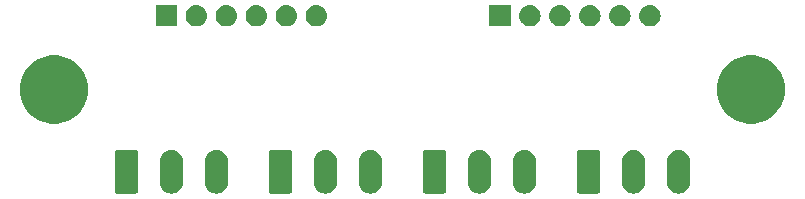
<source format=gbr>
G04 #@! TF.GenerationSoftware,KiCad,Pcbnew,(5.1.2)-1*
G04 #@! TF.CreationDate,2020-06-05T15:14:38-04:00*
G04 #@! TF.ProjectId,Step_Direction_Board,53746570-5f44-4697-9265-6374696f6e5f,rev?*
G04 #@! TF.SameCoordinates,Original*
G04 #@! TF.FileFunction,Soldermask,Top*
G04 #@! TF.FilePolarity,Negative*
%FSLAX46Y46*%
G04 Gerber Fmt 4.6, Leading zero omitted, Abs format (unit mm)*
G04 Created by KiCad (PCBNEW (5.1.2)-1) date 2020-06-05 15:14:38*
%MOMM*%
%LPD*%
G04 APERTURE LIST*
%ADD10C,0.100000*%
G04 APERTURE END LIST*
D10*
G36*
X163017479Y-120626107D02*
G01*
X163017482Y-120626108D01*
X163017483Y-120626108D01*
X163196747Y-120680487D01*
X163196750Y-120680489D01*
X163196751Y-120680489D01*
X163361958Y-120768793D01*
X163506767Y-120887635D01*
X163625609Y-121032444D01*
X163713913Y-121197650D01*
X163713915Y-121197654D01*
X163713915Y-121197655D01*
X163768295Y-121376922D01*
X163782055Y-121516629D01*
X163782055Y-123410065D01*
X163768295Y-123549772D01*
X163768294Y-123549775D01*
X163768294Y-123549776D01*
X163713915Y-123729040D01*
X163713913Y-123729043D01*
X163713913Y-123729044D01*
X163625609Y-123894250D01*
X163506767Y-124039059D01*
X163361958Y-124157901D01*
X163214480Y-124236729D01*
X163196748Y-124246207D01*
X163017484Y-124300586D01*
X163017483Y-124300586D01*
X163017480Y-124300587D01*
X162831055Y-124318948D01*
X162644631Y-124300587D01*
X162644628Y-124300586D01*
X162644627Y-124300586D01*
X162465363Y-124246207D01*
X162447631Y-124236729D01*
X162300153Y-124157901D01*
X162155344Y-124039059D01*
X162036502Y-123894250D01*
X161948198Y-123729044D01*
X161948198Y-123729043D01*
X161948196Y-123729040D01*
X161893817Y-123549776D01*
X161893817Y-123549775D01*
X161893816Y-123549772D01*
X161880055Y-123410064D01*
X161880055Y-121516630D01*
X161893815Y-121376923D01*
X161893816Y-121376919D01*
X161948195Y-121197655D01*
X161948198Y-121197650D01*
X162036501Y-121032444D01*
X162155343Y-120887635D01*
X162300152Y-120768793D01*
X162465358Y-120680489D01*
X162465359Y-120680489D01*
X162465362Y-120680487D01*
X162644626Y-120626108D01*
X162644627Y-120626108D01*
X162644630Y-120626107D01*
X162831055Y-120607746D01*
X163017479Y-120626107D01*
X163017479Y-120626107D01*
G37*
G36*
X159207479Y-120626107D02*
G01*
X159207482Y-120626108D01*
X159207483Y-120626108D01*
X159386747Y-120680487D01*
X159386750Y-120680489D01*
X159386751Y-120680489D01*
X159551958Y-120768793D01*
X159696767Y-120887635D01*
X159815609Y-121032444D01*
X159903913Y-121197650D01*
X159903915Y-121197654D01*
X159903915Y-121197655D01*
X159958295Y-121376922D01*
X159972055Y-121516629D01*
X159972055Y-123410065D01*
X159958295Y-123549772D01*
X159958294Y-123549775D01*
X159958294Y-123549776D01*
X159903915Y-123729040D01*
X159903913Y-123729043D01*
X159903913Y-123729044D01*
X159815609Y-123894250D01*
X159696767Y-124039059D01*
X159551958Y-124157901D01*
X159404480Y-124236729D01*
X159386748Y-124246207D01*
X159207484Y-124300586D01*
X159207483Y-124300586D01*
X159207480Y-124300587D01*
X159021055Y-124318948D01*
X158834631Y-124300587D01*
X158834628Y-124300586D01*
X158834627Y-124300586D01*
X158655363Y-124246207D01*
X158637631Y-124236729D01*
X158490153Y-124157901D01*
X158345344Y-124039059D01*
X158226502Y-123894250D01*
X158138198Y-123729044D01*
X158138198Y-123729043D01*
X158138196Y-123729040D01*
X158083817Y-123549776D01*
X158083817Y-123549775D01*
X158083816Y-123549772D01*
X158070055Y-123410064D01*
X158070055Y-121516630D01*
X158083815Y-121376923D01*
X158083816Y-121376919D01*
X158138195Y-121197655D01*
X158138198Y-121197650D01*
X158226501Y-121032444D01*
X158345343Y-120887635D01*
X158490152Y-120768793D01*
X158655358Y-120680489D01*
X158655359Y-120680489D01*
X158655362Y-120680487D01*
X158834626Y-120626108D01*
X158834627Y-120626108D01*
X158834630Y-120626107D01*
X159021055Y-120607746D01*
X159207479Y-120626107D01*
X159207479Y-120626107D01*
G37*
G36*
X176057479Y-120626107D02*
G01*
X176057482Y-120626108D01*
X176057483Y-120626108D01*
X176236747Y-120680487D01*
X176236750Y-120680489D01*
X176236751Y-120680489D01*
X176401958Y-120768793D01*
X176546767Y-120887635D01*
X176665609Y-121032444D01*
X176753913Y-121197650D01*
X176753915Y-121197654D01*
X176753915Y-121197655D01*
X176808295Y-121376922D01*
X176822055Y-121516629D01*
X176822055Y-123410065D01*
X176808295Y-123549772D01*
X176808294Y-123549775D01*
X176808294Y-123549776D01*
X176753915Y-123729040D01*
X176753913Y-123729043D01*
X176753913Y-123729044D01*
X176665609Y-123894250D01*
X176546767Y-124039059D01*
X176401958Y-124157901D01*
X176254480Y-124236729D01*
X176236748Y-124246207D01*
X176057484Y-124300586D01*
X176057483Y-124300586D01*
X176057480Y-124300587D01*
X175871055Y-124318948D01*
X175684631Y-124300587D01*
X175684628Y-124300586D01*
X175684627Y-124300586D01*
X175505363Y-124246207D01*
X175487631Y-124236729D01*
X175340153Y-124157901D01*
X175195344Y-124039059D01*
X175076502Y-123894250D01*
X174988198Y-123729044D01*
X174988198Y-123729043D01*
X174988196Y-123729040D01*
X174933817Y-123549776D01*
X174933817Y-123549775D01*
X174933816Y-123549772D01*
X174920055Y-123410064D01*
X174920055Y-121516630D01*
X174933815Y-121376923D01*
X174933816Y-121376919D01*
X174988195Y-121197655D01*
X174988198Y-121197650D01*
X175076501Y-121032444D01*
X175195343Y-120887635D01*
X175340152Y-120768793D01*
X175505358Y-120680489D01*
X175505359Y-120680489D01*
X175505362Y-120680487D01*
X175684626Y-120626108D01*
X175684627Y-120626108D01*
X175684630Y-120626107D01*
X175871055Y-120607746D01*
X176057479Y-120626107D01*
X176057479Y-120626107D01*
G37*
G36*
X172247479Y-120626107D02*
G01*
X172247482Y-120626108D01*
X172247483Y-120626108D01*
X172426747Y-120680487D01*
X172426750Y-120680489D01*
X172426751Y-120680489D01*
X172591958Y-120768793D01*
X172736767Y-120887635D01*
X172855609Y-121032444D01*
X172943913Y-121197650D01*
X172943915Y-121197654D01*
X172943915Y-121197655D01*
X172998295Y-121376922D01*
X173012055Y-121516629D01*
X173012055Y-123410065D01*
X172998295Y-123549772D01*
X172998294Y-123549775D01*
X172998294Y-123549776D01*
X172943915Y-123729040D01*
X172943913Y-123729043D01*
X172943913Y-123729044D01*
X172855609Y-123894250D01*
X172736767Y-124039059D01*
X172591958Y-124157901D01*
X172444480Y-124236729D01*
X172426748Y-124246207D01*
X172247484Y-124300586D01*
X172247483Y-124300586D01*
X172247480Y-124300587D01*
X172061055Y-124318948D01*
X171874631Y-124300587D01*
X171874628Y-124300586D01*
X171874627Y-124300586D01*
X171695363Y-124246207D01*
X171677631Y-124236729D01*
X171530153Y-124157901D01*
X171385344Y-124039059D01*
X171266502Y-123894250D01*
X171178198Y-123729044D01*
X171178198Y-123729043D01*
X171178196Y-123729040D01*
X171123817Y-123549776D01*
X171123817Y-123549775D01*
X171123816Y-123549772D01*
X171110055Y-123410064D01*
X171110055Y-121516630D01*
X171123815Y-121376923D01*
X171123816Y-121376919D01*
X171178195Y-121197655D01*
X171178198Y-121197650D01*
X171266501Y-121032444D01*
X171385343Y-120887635D01*
X171530152Y-120768793D01*
X171695358Y-120680489D01*
X171695359Y-120680489D01*
X171695362Y-120680487D01*
X171874626Y-120626108D01*
X171874627Y-120626108D01*
X171874630Y-120626107D01*
X172061055Y-120607746D01*
X172247479Y-120626107D01*
X172247479Y-120626107D01*
G37*
G36*
X149977479Y-120626107D02*
G01*
X149977482Y-120626108D01*
X149977483Y-120626108D01*
X150156747Y-120680487D01*
X150156750Y-120680489D01*
X150156751Y-120680489D01*
X150321958Y-120768793D01*
X150466767Y-120887635D01*
X150585609Y-121032444D01*
X150673913Y-121197650D01*
X150673915Y-121197654D01*
X150673915Y-121197655D01*
X150728295Y-121376922D01*
X150742055Y-121516629D01*
X150742055Y-123410065D01*
X150728295Y-123549772D01*
X150728294Y-123549775D01*
X150728294Y-123549776D01*
X150673915Y-123729040D01*
X150673913Y-123729043D01*
X150673913Y-123729044D01*
X150585609Y-123894250D01*
X150466767Y-124039059D01*
X150321958Y-124157901D01*
X150174480Y-124236729D01*
X150156748Y-124246207D01*
X149977484Y-124300586D01*
X149977483Y-124300586D01*
X149977480Y-124300587D01*
X149791055Y-124318948D01*
X149604631Y-124300587D01*
X149604628Y-124300586D01*
X149604627Y-124300586D01*
X149425363Y-124246207D01*
X149407631Y-124236729D01*
X149260153Y-124157901D01*
X149115344Y-124039059D01*
X148996502Y-123894250D01*
X148908198Y-123729044D01*
X148908198Y-123729043D01*
X148908196Y-123729040D01*
X148853817Y-123549776D01*
X148853817Y-123549775D01*
X148853816Y-123549772D01*
X148840055Y-123410064D01*
X148840055Y-121516630D01*
X148853815Y-121376923D01*
X148853816Y-121376919D01*
X148908195Y-121197655D01*
X148908198Y-121197650D01*
X148996501Y-121032444D01*
X149115343Y-120887635D01*
X149260152Y-120768793D01*
X149425358Y-120680489D01*
X149425359Y-120680489D01*
X149425362Y-120680487D01*
X149604626Y-120626108D01*
X149604627Y-120626108D01*
X149604630Y-120626107D01*
X149791055Y-120607746D01*
X149977479Y-120626107D01*
X149977479Y-120626107D01*
G37*
G36*
X146167479Y-120626107D02*
G01*
X146167482Y-120626108D01*
X146167483Y-120626108D01*
X146346747Y-120680487D01*
X146346750Y-120680489D01*
X146346751Y-120680489D01*
X146511958Y-120768793D01*
X146656767Y-120887635D01*
X146775609Y-121032444D01*
X146863913Y-121197650D01*
X146863915Y-121197654D01*
X146863915Y-121197655D01*
X146918295Y-121376922D01*
X146932055Y-121516629D01*
X146932055Y-123410065D01*
X146918295Y-123549772D01*
X146918294Y-123549775D01*
X146918294Y-123549776D01*
X146863915Y-123729040D01*
X146863913Y-123729043D01*
X146863913Y-123729044D01*
X146775609Y-123894250D01*
X146656767Y-124039059D01*
X146511958Y-124157901D01*
X146364480Y-124236729D01*
X146346748Y-124246207D01*
X146167484Y-124300586D01*
X146167483Y-124300586D01*
X146167480Y-124300587D01*
X145981055Y-124318948D01*
X145794631Y-124300587D01*
X145794628Y-124300586D01*
X145794627Y-124300586D01*
X145615363Y-124246207D01*
X145597631Y-124236729D01*
X145450153Y-124157901D01*
X145305344Y-124039059D01*
X145186502Y-123894250D01*
X145098198Y-123729044D01*
X145098198Y-123729043D01*
X145098196Y-123729040D01*
X145043817Y-123549776D01*
X145043817Y-123549775D01*
X145043816Y-123549772D01*
X145030055Y-123410064D01*
X145030055Y-121516630D01*
X145043815Y-121376923D01*
X145043816Y-121376919D01*
X145098195Y-121197655D01*
X145098198Y-121197650D01*
X145186501Y-121032444D01*
X145305343Y-120887635D01*
X145450152Y-120768793D01*
X145615358Y-120680489D01*
X145615359Y-120680489D01*
X145615362Y-120680487D01*
X145794626Y-120626108D01*
X145794627Y-120626108D01*
X145794630Y-120626107D01*
X145981055Y-120607746D01*
X146167479Y-120626107D01*
X146167479Y-120626107D01*
G37*
G36*
X133127479Y-120626107D02*
G01*
X133127482Y-120626108D01*
X133127483Y-120626108D01*
X133306747Y-120680487D01*
X133306750Y-120680489D01*
X133306751Y-120680489D01*
X133471958Y-120768793D01*
X133616767Y-120887635D01*
X133735609Y-121032444D01*
X133823913Y-121197650D01*
X133823915Y-121197654D01*
X133823915Y-121197655D01*
X133878295Y-121376922D01*
X133892055Y-121516629D01*
X133892055Y-123410065D01*
X133878295Y-123549772D01*
X133878294Y-123549775D01*
X133878294Y-123549776D01*
X133823915Y-123729040D01*
X133823913Y-123729043D01*
X133823913Y-123729044D01*
X133735609Y-123894250D01*
X133616767Y-124039059D01*
X133471958Y-124157901D01*
X133324480Y-124236729D01*
X133306748Y-124246207D01*
X133127484Y-124300586D01*
X133127483Y-124300586D01*
X133127480Y-124300587D01*
X132941055Y-124318948D01*
X132754631Y-124300587D01*
X132754628Y-124300586D01*
X132754627Y-124300586D01*
X132575363Y-124246207D01*
X132557631Y-124236729D01*
X132410153Y-124157901D01*
X132265344Y-124039059D01*
X132146502Y-123894250D01*
X132058198Y-123729044D01*
X132058198Y-123729043D01*
X132058196Y-123729040D01*
X132003817Y-123549776D01*
X132003817Y-123549775D01*
X132003816Y-123549772D01*
X131990055Y-123410064D01*
X131990055Y-121516630D01*
X132003815Y-121376923D01*
X132003816Y-121376919D01*
X132058195Y-121197655D01*
X132058198Y-121197650D01*
X132146501Y-121032444D01*
X132265343Y-120887635D01*
X132410152Y-120768793D01*
X132575358Y-120680489D01*
X132575359Y-120680489D01*
X132575362Y-120680487D01*
X132754626Y-120626108D01*
X132754627Y-120626108D01*
X132754630Y-120626107D01*
X132941055Y-120607746D01*
X133127479Y-120626107D01*
X133127479Y-120626107D01*
G37*
G36*
X136937479Y-120626107D02*
G01*
X136937482Y-120626108D01*
X136937483Y-120626108D01*
X137116747Y-120680487D01*
X137116750Y-120680489D01*
X137116751Y-120680489D01*
X137281958Y-120768793D01*
X137426767Y-120887635D01*
X137545609Y-121032444D01*
X137633913Y-121197650D01*
X137633915Y-121197654D01*
X137633915Y-121197655D01*
X137688295Y-121376922D01*
X137702055Y-121516629D01*
X137702055Y-123410065D01*
X137688295Y-123549772D01*
X137688294Y-123549775D01*
X137688294Y-123549776D01*
X137633915Y-123729040D01*
X137633913Y-123729043D01*
X137633913Y-123729044D01*
X137545609Y-123894250D01*
X137426767Y-124039059D01*
X137281958Y-124157901D01*
X137134480Y-124236729D01*
X137116748Y-124246207D01*
X136937484Y-124300586D01*
X136937483Y-124300586D01*
X136937480Y-124300587D01*
X136751055Y-124318948D01*
X136564631Y-124300587D01*
X136564628Y-124300586D01*
X136564627Y-124300586D01*
X136385363Y-124246207D01*
X136367631Y-124236729D01*
X136220153Y-124157901D01*
X136075344Y-124039059D01*
X135956502Y-123894250D01*
X135868198Y-123729044D01*
X135868198Y-123729043D01*
X135868196Y-123729040D01*
X135813817Y-123549776D01*
X135813817Y-123549775D01*
X135813816Y-123549772D01*
X135800055Y-123410064D01*
X135800055Y-121516630D01*
X135813815Y-121376923D01*
X135813816Y-121376919D01*
X135868195Y-121197655D01*
X135868198Y-121197650D01*
X135956501Y-121032444D01*
X136075343Y-120887635D01*
X136220152Y-120768793D01*
X136385358Y-120680489D01*
X136385359Y-120680489D01*
X136385362Y-120680487D01*
X136564626Y-120626108D01*
X136564627Y-120626108D01*
X136564630Y-120626107D01*
X136751055Y-120607746D01*
X136937479Y-120626107D01*
X136937479Y-120626107D01*
G37*
G36*
X142981970Y-120616281D02*
G01*
X143014479Y-120626142D01*
X143044437Y-120642156D01*
X143070696Y-120663706D01*
X143092246Y-120689965D01*
X143108260Y-120719923D01*
X143118121Y-120752432D01*
X143122055Y-120792376D01*
X143122055Y-124134318D01*
X143118121Y-124174262D01*
X143108260Y-124206771D01*
X143092246Y-124236729D01*
X143070696Y-124262988D01*
X143044437Y-124284538D01*
X143014479Y-124300552D01*
X142981970Y-124310413D01*
X142942026Y-124314347D01*
X141400084Y-124314347D01*
X141360140Y-124310413D01*
X141327631Y-124300552D01*
X141297673Y-124284538D01*
X141271414Y-124262988D01*
X141249864Y-124236729D01*
X141233850Y-124206771D01*
X141223989Y-124174262D01*
X141220055Y-124134318D01*
X141220055Y-120792376D01*
X141223989Y-120752432D01*
X141233850Y-120719923D01*
X141249864Y-120689965D01*
X141271414Y-120663706D01*
X141297673Y-120642156D01*
X141327631Y-120626142D01*
X141360140Y-120616281D01*
X141400084Y-120612347D01*
X142942026Y-120612347D01*
X142981970Y-120616281D01*
X142981970Y-120616281D01*
G37*
G36*
X129941970Y-120616281D02*
G01*
X129974479Y-120626142D01*
X130004437Y-120642156D01*
X130030696Y-120663706D01*
X130052246Y-120689965D01*
X130068260Y-120719923D01*
X130078121Y-120752432D01*
X130082055Y-120792376D01*
X130082055Y-124134318D01*
X130078121Y-124174262D01*
X130068260Y-124206771D01*
X130052246Y-124236729D01*
X130030696Y-124262988D01*
X130004437Y-124284538D01*
X129974479Y-124300552D01*
X129941970Y-124310413D01*
X129902026Y-124314347D01*
X128360084Y-124314347D01*
X128320140Y-124310413D01*
X128287631Y-124300552D01*
X128257673Y-124284538D01*
X128231414Y-124262988D01*
X128209864Y-124236729D01*
X128193850Y-124206771D01*
X128183989Y-124174262D01*
X128180055Y-124134318D01*
X128180055Y-120792376D01*
X128183989Y-120752432D01*
X128193850Y-120719923D01*
X128209864Y-120689965D01*
X128231414Y-120663706D01*
X128257673Y-120642156D01*
X128287631Y-120626142D01*
X128320140Y-120616281D01*
X128360084Y-120612347D01*
X129902026Y-120612347D01*
X129941970Y-120616281D01*
X129941970Y-120616281D01*
G37*
G36*
X156021970Y-120616281D02*
G01*
X156054479Y-120626142D01*
X156084437Y-120642156D01*
X156110696Y-120663706D01*
X156132246Y-120689965D01*
X156148260Y-120719923D01*
X156158121Y-120752432D01*
X156162055Y-120792376D01*
X156162055Y-124134318D01*
X156158121Y-124174262D01*
X156148260Y-124206771D01*
X156132246Y-124236729D01*
X156110696Y-124262988D01*
X156084437Y-124284538D01*
X156054479Y-124300552D01*
X156021970Y-124310413D01*
X155982026Y-124314347D01*
X154440084Y-124314347D01*
X154400140Y-124310413D01*
X154367631Y-124300552D01*
X154337673Y-124284538D01*
X154311414Y-124262988D01*
X154289864Y-124236729D01*
X154273850Y-124206771D01*
X154263989Y-124174262D01*
X154260055Y-124134318D01*
X154260055Y-120792376D01*
X154263989Y-120752432D01*
X154273850Y-120719923D01*
X154289864Y-120689965D01*
X154311414Y-120663706D01*
X154337673Y-120642156D01*
X154367631Y-120626142D01*
X154400140Y-120616281D01*
X154440084Y-120612347D01*
X155982026Y-120612347D01*
X156021970Y-120616281D01*
X156021970Y-120616281D01*
G37*
G36*
X169061970Y-120616281D02*
G01*
X169094479Y-120626142D01*
X169124437Y-120642156D01*
X169150696Y-120663706D01*
X169172246Y-120689965D01*
X169188260Y-120719923D01*
X169198121Y-120752432D01*
X169202055Y-120792376D01*
X169202055Y-124134318D01*
X169198121Y-124174262D01*
X169188260Y-124206771D01*
X169172246Y-124236729D01*
X169150696Y-124262988D01*
X169124437Y-124284538D01*
X169094479Y-124300552D01*
X169061970Y-124310413D01*
X169022026Y-124314347D01*
X167480084Y-124314347D01*
X167440140Y-124310413D01*
X167407631Y-124300552D01*
X167377673Y-124284538D01*
X167351414Y-124262988D01*
X167329864Y-124236729D01*
X167313850Y-124206771D01*
X167303989Y-124174262D01*
X167300055Y-124134318D01*
X167300055Y-120792376D01*
X167303989Y-120752432D01*
X167313850Y-120719923D01*
X167329864Y-120689965D01*
X167351414Y-120663706D01*
X167377673Y-120642156D01*
X167407631Y-120626142D01*
X167440140Y-120616281D01*
X167480084Y-120612347D01*
X169022026Y-120612347D01*
X169061970Y-120616281D01*
X169061970Y-120616281D01*
G37*
G36*
X123846189Y-112710483D02*
G01*
X123846192Y-112710484D01*
X123846191Y-112710484D01*
X124374139Y-112929167D01*
X124849280Y-113246646D01*
X125253354Y-113650720D01*
X125570833Y-114125861D01*
X125570834Y-114125863D01*
X125789517Y-114653811D01*
X125901000Y-115214275D01*
X125901000Y-115785725D01*
X125789517Y-116346189D01*
X125789516Y-116346191D01*
X125570833Y-116874139D01*
X125253354Y-117349280D01*
X124849280Y-117753354D01*
X124374139Y-118070833D01*
X124374138Y-118070834D01*
X124374137Y-118070834D01*
X123846189Y-118289517D01*
X123285725Y-118401000D01*
X122714275Y-118401000D01*
X122153811Y-118289517D01*
X121625863Y-118070834D01*
X121625862Y-118070834D01*
X121625861Y-118070833D01*
X121150720Y-117753354D01*
X120746646Y-117349280D01*
X120429167Y-116874139D01*
X120210484Y-116346191D01*
X120210483Y-116346189D01*
X120099000Y-115785725D01*
X120099000Y-115214275D01*
X120210483Y-114653811D01*
X120429166Y-114125863D01*
X120429167Y-114125861D01*
X120746646Y-113650720D01*
X121150720Y-113246646D01*
X121625861Y-112929167D01*
X122153809Y-112710484D01*
X122153808Y-112710484D01*
X122153811Y-112710483D01*
X122714275Y-112599000D01*
X123285725Y-112599000D01*
X123846189Y-112710483D01*
X123846189Y-112710483D01*
G37*
G36*
X182846189Y-112710483D02*
G01*
X182846192Y-112710484D01*
X182846191Y-112710484D01*
X183374139Y-112929167D01*
X183849280Y-113246646D01*
X184253354Y-113650720D01*
X184570833Y-114125861D01*
X184570834Y-114125863D01*
X184789517Y-114653811D01*
X184901000Y-115214275D01*
X184901000Y-115785725D01*
X184789517Y-116346189D01*
X184789516Y-116346191D01*
X184570833Y-116874139D01*
X184253354Y-117349280D01*
X183849280Y-117753354D01*
X183374139Y-118070833D01*
X183374138Y-118070834D01*
X183374137Y-118070834D01*
X182846189Y-118289517D01*
X182285725Y-118401000D01*
X181714275Y-118401000D01*
X181153811Y-118289517D01*
X180625863Y-118070834D01*
X180625862Y-118070834D01*
X180625861Y-118070833D01*
X180150720Y-117753354D01*
X179746646Y-117349280D01*
X179429167Y-116874139D01*
X179210484Y-116346191D01*
X179210483Y-116346189D01*
X179099000Y-115785725D01*
X179099000Y-115214275D01*
X179210483Y-114653811D01*
X179429166Y-114125863D01*
X179429167Y-114125861D01*
X179746646Y-113650720D01*
X180150720Y-113246646D01*
X180625861Y-112929167D01*
X181153809Y-112710484D01*
X181153808Y-112710484D01*
X181153811Y-112710483D01*
X181714275Y-112599000D01*
X182285725Y-112599000D01*
X182846189Y-112710483D01*
X182846189Y-112710483D01*
G37*
G36*
X135150443Y-108355519D02*
G01*
X135216627Y-108362037D01*
X135386466Y-108413557D01*
X135542991Y-108497222D01*
X135578729Y-108526552D01*
X135680186Y-108609814D01*
X135763448Y-108711271D01*
X135792778Y-108747009D01*
X135876443Y-108903534D01*
X135927963Y-109073373D01*
X135945359Y-109250000D01*
X135927963Y-109426627D01*
X135876443Y-109596466D01*
X135792778Y-109752991D01*
X135763448Y-109788729D01*
X135680186Y-109890186D01*
X135578729Y-109973448D01*
X135542991Y-110002778D01*
X135386466Y-110086443D01*
X135216627Y-110137963D01*
X135150443Y-110144481D01*
X135084260Y-110151000D01*
X134995740Y-110151000D01*
X134929557Y-110144481D01*
X134863373Y-110137963D01*
X134693534Y-110086443D01*
X134537009Y-110002778D01*
X134501271Y-109973448D01*
X134399814Y-109890186D01*
X134316552Y-109788729D01*
X134287222Y-109752991D01*
X134203557Y-109596466D01*
X134152037Y-109426627D01*
X134134641Y-109250000D01*
X134152037Y-109073373D01*
X134203557Y-108903534D01*
X134287222Y-108747009D01*
X134316552Y-108711271D01*
X134399814Y-108609814D01*
X134501271Y-108526552D01*
X134537009Y-108497222D01*
X134693534Y-108413557D01*
X134863373Y-108362037D01*
X134929557Y-108355519D01*
X134995740Y-108349000D01*
X135084260Y-108349000D01*
X135150443Y-108355519D01*
X135150443Y-108355519D01*
G37*
G36*
X173560443Y-108355519D02*
G01*
X173626627Y-108362037D01*
X173796466Y-108413557D01*
X173952991Y-108497222D01*
X173988729Y-108526552D01*
X174090186Y-108609814D01*
X174173448Y-108711271D01*
X174202778Y-108747009D01*
X174286443Y-108903534D01*
X174337963Y-109073373D01*
X174355359Y-109250000D01*
X174337963Y-109426627D01*
X174286443Y-109596466D01*
X174202778Y-109752991D01*
X174173448Y-109788729D01*
X174090186Y-109890186D01*
X173988729Y-109973448D01*
X173952991Y-110002778D01*
X173796466Y-110086443D01*
X173626627Y-110137963D01*
X173560443Y-110144481D01*
X173494260Y-110151000D01*
X173405740Y-110151000D01*
X173339557Y-110144481D01*
X173273373Y-110137963D01*
X173103534Y-110086443D01*
X172947009Y-110002778D01*
X172911271Y-109973448D01*
X172809814Y-109890186D01*
X172726552Y-109788729D01*
X172697222Y-109752991D01*
X172613557Y-109596466D01*
X172562037Y-109426627D01*
X172544641Y-109250000D01*
X172562037Y-109073373D01*
X172613557Y-108903534D01*
X172697222Y-108747009D01*
X172726552Y-108711271D01*
X172809814Y-108609814D01*
X172911271Y-108526552D01*
X172947009Y-108497222D01*
X173103534Y-108413557D01*
X173273373Y-108362037D01*
X173339557Y-108355519D01*
X173405740Y-108349000D01*
X173494260Y-108349000D01*
X173560443Y-108355519D01*
X173560443Y-108355519D01*
G37*
G36*
X171020443Y-108355519D02*
G01*
X171086627Y-108362037D01*
X171256466Y-108413557D01*
X171412991Y-108497222D01*
X171448729Y-108526552D01*
X171550186Y-108609814D01*
X171633448Y-108711271D01*
X171662778Y-108747009D01*
X171746443Y-108903534D01*
X171797963Y-109073373D01*
X171815359Y-109250000D01*
X171797963Y-109426627D01*
X171746443Y-109596466D01*
X171662778Y-109752991D01*
X171633448Y-109788729D01*
X171550186Y-109890186D01*
X171448729Y-109973448D01*
X171412991Y-110002778D01*
X171256466Y-110086443D01*
X171086627Y-110137963D01*
X171020443Y-110144481D01*
X170954260Y-110151000D01*
X170865740Y-110151000D01*
X170799557Y-110144481D01*
X170733373Y-110137963D01*
X170563534Y-110086443D01*
X170407009Y-110002778D01*
X170371271Y-109973448D01*
X170269814Y-109890186D01*
X170186552Y-109788729D01*
X170157222Y-109752991D01*
X170073557Y-109596466D01*
X170022037Y-109426627D01*
X170004641Y-109250000D01*
X170022037Y-109073373D01*
X170073557Y-108903534D01*
X170157222Y-108747009D01*
X170186552Y-108711271D01*
X170269814Y-108609814D01*
X170371271Y-108526552D01*
X170407009Y-108497222D01*
X170563534Y-108413557D01*
X170733373Y-108362037D01*
X170799557Y-108355519D01*
X170865740Y-108349000D01*
X170954260Y-108349000D01*
X171020443Y-108355519D01*
X171020443Y-108355519D01*
G37*
G36*
X168480443Y-108355519D02*
G01*
X168546627Y-108362037D01*
X168716466Y-108413557D01*
X168872991Y-108497222D01*
X168908729Y-108526552D01*
X169010186Y-108609814D01*
X169093448Y-108711271D01*
X169122778Y-108747009D01*
X169206443Y-108903534D01*
X169257963Y-109073373D01*
X169275359Y-109250000D01*
X169257963Y-109426627D01*
X169206443Y-109596466D01*
X169122778Y-109752991D01*
X169093448Y-109788729D01*
X169010186Y-109890186D01*
X168908729Y-109973448D01*
X168872991Y-110002778D01*
X168716466Y-110086443D01*
X168546627Y-110137963D01*
X168480443Y-110144481D01*
X168414260Y-110151000D01*
X168325740Y-110151000D01*
X168259557Y-110144481D01*
X168193373Y-110137963D01*
X168023534Y-110086443D01*
X167867009Y-110002778D01*
X167831271Y-109973448D01*
X167729814Y-109890186D01*
X167646552Y-109788729D01*
X167617222Y-109752991D01*
X167533557Y-109596466D01*
X167482037Y-109426627D01*
X167464641Y-109250000D01*
X167482037Y-109073373D01*
X167533557Y-108903534D01*
X167617222Y-108747009D01*
X167646552Y-108711271D01*
X167729814Y-108609814D01*
X167831271Y-108526552D01*
X167867009Y-108497222D01*
X168023534Y-108413557D01*
X168193373Y-108362037D01*
X168259557Y-108355519D01*
X168325740Y-108349000D01*
X168414260Y-108349000D01*
X168480443Y-108355519D01*
X168480443Y-108355519D01*
G37*
G36*
X165940443Y-108355519D02*
G01*
X166006627Y-108362037D01*
X166176466Y-108413557D01*
X166332991Y-108497222D01*
X166368729Y-108526552D01*
X166470186Y-108609814D01*
X166553448Y-108711271D01*
X166582778Y-108747009D01*
X166666443Y-108903534D01*
X166717963Y-109073373D01*
X166735359Y-109250000D01*
X166717963Y-109426627D01*
X166666443Y-109596466D01*
X166582778Y-109752991D01*
X166553448Y-109788729D01*
X166470186Y-109890186D01*
X166368729Y-109973448D01*
X166332991Y-110002778D01*
X166176466Y-110086443D01*
X166006627Y-110137963D01*
X165940443Y-110144481D01*
X165874260Y-110151000D01*
X165785740Y-110151000D01*
X165719557Y-110144481D01*
X165653373Y-110137963D01*
X165483534Y-110086443D01*
X165327009Y-110002778D01*
X165291271Y-109973448D01*
X165189814Y-109890186D01*
X165106552Y-109788729D01*
X165077222Y-109752991D01*
X164993557Y-109596466D01*
X164942037Y-109426627D01*
X164924641Y-109250000D01*
X164942037Y-109073373D01*
X164993557Y-108903534D01*
X165077222Y-108747009D01*
X165106552Y-108711271D01*
X165189814Y-108609814D01*
X165291271Y-108526552D01*
X165327009Y-108497222D01*
X165483534Y-108413557D01*
X165653373Y-108362037D01*
X165719557Y-108355519D01*
X165785740Y-108349000D01*
X165874260Y-108349000D01*
X165940443Y-108355519D01*
X165940443Y-108355519D01*
G37*
G36*
X163400443Y-108355519D02*
G01*
X163466627Y-108362037D01*
X163636466Y-108413557D01*
X163792991Y-108497222D01*
X163828729Y-108526552D01*
X163930186Y-108609814D01*
X164013448Y-108711271D01*
X164042778Y-108747009D01*
X164126443Y-108903534D01*
X164177963Y-109073373D01*
X164195359Y-109250000D01*
X164177963Y-109426627D01*
X164126443Y-109596466D01*
X164042778Y-109752991D01*
X164013448Y-109788729D01*
X163930186Y-109890186D01*
X163828729Y-109973448D01*
X163792991Y-110002778D01*
X163636466Y-110086443D01*
X163466627Y-110137963D01*
X163400443Y-110144481D01*
X163334260Y-110151000D01*
X163245740Y-110151000D01*
X163179557Y-110144481D01*
X163113373Y-110137963D01*
X162943534Y-110086443D01*
X162787009Y-110002778D01*
X162751271Y-109973448D01*
X162649814Y-109890186D01*
X162566552Y-109788729D01*
X162537222Y-109752991D01*
X162453557Y-109596466D01*
X162402037Y-109426627D01*
X162384641Y-109250000D01*
X162402037Y-109073373D01*
X162453557Y-108903534D01*
X162537222Y-108747009D01*
X162566552Y-108711271D01*
X162649814Y-108609814D01*
X162751271Y-108526552D01*
X162787009Y-108497222D01*
X162943534Y-108413557D01*
X163113373Y-108362037D01*
X163179557Y-108355519D01*
X163245740Y-108349000D01*
X163334260Y-108349000D01*
X163400443Y-108355519D01*
X163400443Y-108355519D01*
G37*
G36*
X161651000Y-110151000D02*
G01*
X159849000Y-110151000D01*
X159849000Y-108349000D01*
X161651000Y-108349000D01*
X161651000Y-110151000D01*
X161651000Y-110151000D01*
G37*
G36*
X145310443Y-108355519D02*
G01*
X145376627Y-108362037D01*
X145546466Y-108413557D01*
X145702991Y-108497222D01*
X145738729Y-108526552D01*
X145840186Y-108609814D01*
X145923448Y-108711271D01*
X145952778Y-108747009D01*
X146036443Y-108903534D01*
X146087963Y-109073373D01*
X146105359Y-109250000D01*
X146087963Y-109426627D01*
X146036443Y-109596466D01*
X145952778Y-109752991D01*
X145923448Y-109788729D01*
X145840186Y-109890186D01*
X145738729Y-109973448D01*
X145702991Y-110002778D01*
X145546466Y-110086443D01*
X145376627Y-110137963D01*
X145310443Y-110144481D01*
X145244260Y-110151000D01*
X145155740Y-110151000D01*
X145089557Y-110144481D01*
X145023373Y-110137963D01*
X144853534Y-110086443D01*
X144697009Y-110002778D01*
X144661271Y-109973448D01*
X144559814Y-109890186D01*
X144476552Y-109788729D01*
X144447222Y-109752991D01*
X144363557Y-109596466D01*
X144312037Y-109426627D01*
X144294641Y-109250000D01*
X144312037Y-109073373D01*
X144363557Y-108903534D01*
X144447222Y-108747009D01*
X144476552Y-108711271D01*
X144559814Y-108609814D01*
X144661271Y-108526552D01*
X144697009Y-108497222D01*
X144853534Y-108413557D01*
X145023373Y-108362037D01*
X145089557Y-108355519D01*
X145155740Y-108349000D01*
X145244260Y-108349000D01*
X145310443Y-108355519D01*
X145310443Y-108355519D01*
G37*
G36*
X142770443Y-108355519D02*
G01*
X142836627Y-108362037D01*
X143006466Y-108413557D01*
X143162991Y-108497222D01*
X143198729Y-108526552D01*
X143300186Y-108609814D01*
X143383448Y-108711271D01*
X143412778Y-108747009D01*
X143496443Y-108903534D01*
X143547963Y-109073373D01*
X143565359Y-109250000D01*
X143547963Y-109426627D01*
X143496443Y-109596466D01*
X143412778Y-109752991D01*
X143383448Y-109788729D01*
X143300186Y-109890186D01*
X143198729Y-109973448D01*
X143162991Y-110002778D01*
X143006466Y-110086443D01*
X142836627Y-110137963D01*
X142770443Y-110144481D01*
X142704260Y-110151000D01*
X142615740Y-110151000D01*
X142549557Y-110144481D01*
X142483373Y-110137963D01*
X142313534Y-110086443D01*
X142157009Y-110002778D01*
X142121271Y-109973448D01*
X142019814Y-109890186D01*
X141936552Y-109788729D01*
X141907222Y-109752991D01*
X141823557Y-109596466D01*
X141772037Y-109426627D01*
X141754641Y-109250000D01*
X141772037Y-109073373D01*
X141823557Y-108903534D01*
X141907222Y-108747009D01*
X141936552Y-108711271D01*
X142019814Y-108609814D01*
X142121271Y-108526552D01*
X142157009Y-108497222D01*
X142313534Y-108413557D01*
X142483373Y-108362037D01*
X142549557Y-108355519D01*
X142615740Y-108349000D01*
X142704260Y-108349000D01*
X142770443Y-108355519D01*
X142770443Y-108355519D01*
G37*
G36*
X140230443Y-108355519D02*
G01*
X140296627Y-108362037D01*
X140466466Y-108413557D01*
X140622991Y-108497222D01*
X140658729Y-108526552D01*
X140760186Y-108609814D01*
X140843448Y-108711271D01*
X140872778Y-108747009D01*
X140956443Y-108903534D01*
X141007963Y-109073373D01*
X141025359Y-109250000D01*
X141007963Y-109426627D01*
X140956443Y-109596466D01*
X140872778Y-109752991D01*
X140843448Y-109788729D01*
X140760186Y-109890186D01*
X140658729Y-109973448D01*
X140622991Y-110002778D01*
X140466466Y-110086443D01*
X140296627Y-110137963D01*
X140230443Y-110144481D01*
X140164260Y-110151000D01*
X140075740Y-110151000D01*
X140009557Y-110144481D01*
X139943373Y-110137963D01*
X139773534Y-110086443D01*
X139617009Y-110002778D01*
X139581271Y-109973448D01*
X139479814Y-109890186D01*
X139396552Y-109788729D01*
X139367222Y-109752991D01*
X139283557Y-109596466D01*
X139232037Y-109426627D01*
X139214641Y-109250000D01*
X139232037Y-109073373D01*
X139283557Y-108903534D01*
X139367222Y-108747009D01*
X139396552Y-108711271D01*
X139479814Y-108609814D01*
X139581271Y-108526552D01*
X139617009Y-108497222D01*
X139773534Y-108413557D01*
X139943373Y-108362037D01*
X140009557Y-108355519D01*
X140075740Y-108349000D01*
X140164260Y-108349000D01*
X140230443Y-108355519D01*
X140230443Y-108355519D01*
G37*
G36*
X137690443Y-108355519D02*
G01*
X137756627Y-108362037D01*
X137926466Y-108413557D01*
X138082991Y-108497222D01*
X138118729Y-108526552D01*
X138220186Y-108609814D01*
X138303448Y-108711271D01*
X138332778Y-108747009D01*
X138416443Y-108903534D01*
X138467963Y-109073373D01*
X138485359Y-109250000D01*
X138467963Y-109426627D01*
X138416443Y-109596466D01*
X138332778Y-109752991D01*
X138303448Y-109788729D01*
X138220186Y-109890186D01*
X138118729Y-109973448D01*
X138082991Y-110002778D01*
X137926466Y-110086443D01*
X137756627Y-110137963D01*
X137690443Y-110144481D01*
X137624260Y-110151000D01*
X137535740Y-110151000D01*
X137469557Y-110144481D01*
X137403373Y-110137963D01*
X137233534Y-110086443D01*
X137077009Y-110002778D01*
X137041271Y-109973448D01*
X136939814Y-109890186D01*
X136856552Y-109788729D01*
X136827222Y-109752991D01*
X136743557Y-109596466D01*
X136692037Y-109426627D01*
X136674641Y-109250000D01*
X136692037Y-109073373D01*
X136743557Y-108903534D01*
X136827222Y-108747009D01*
X136856552Y-108711271D01*
X136939814Y-108609814D01*
X137041271Y-108526552D01*
X137077009Y-108497222D01*
X137233534Y-108413557D01*
X137403373Y-108362037D01*
X137469557Y-108355519D01*
X137535740Y-108349000D01*
X137624260Y-108349000D01*
X137690443Y-108355519D01*
X137690443Y-108355519D01*
G37*
G36*
X133401000Y-110151000D02*
G01*
X131599000Y-110151000D01*
X131599000Y-108349000D01*
X133401000Y-108349000D01*
X133401000Y-110151000D01*
X133401000Y-110151000D01*
G37*
M02*

</source>
